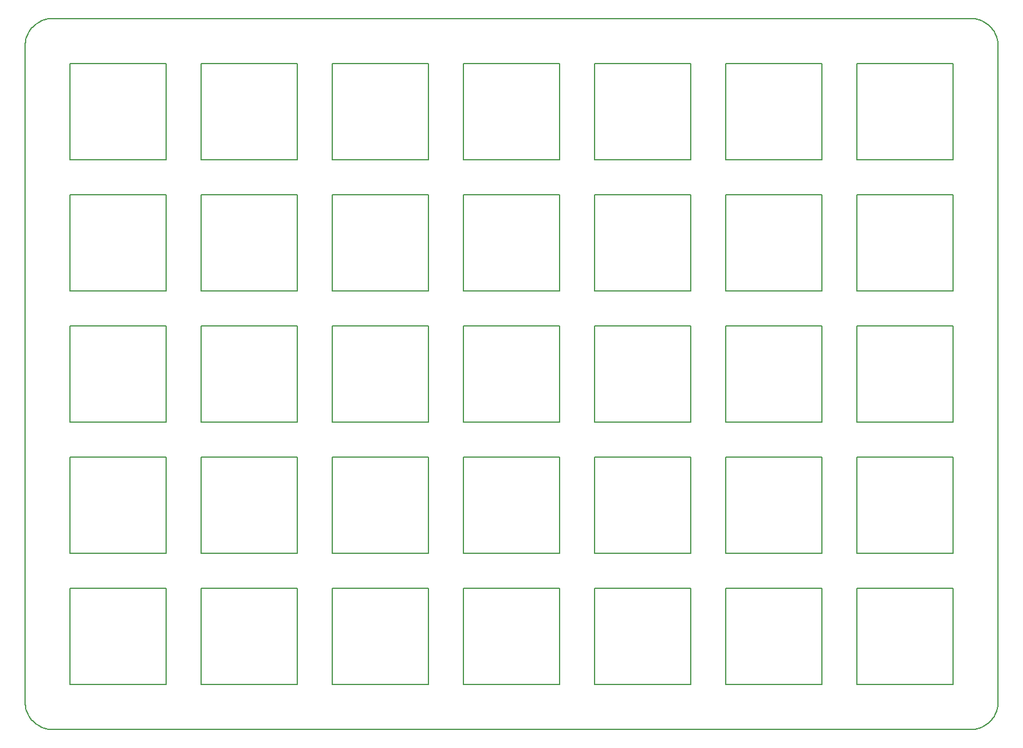
<source format=gbr>
%TF.GenerationSoftware,KiCad,Pcbnew,7.0.5*%
%TF.CreationDate,2023-07-21T14:16:54+03:00*%
%TF.ProjectId,MacroPadTopPlate,4d616372-6f50-4616-9454-6f70506c6174,rev?*%
%TF.SameCoordinates,Original*%
%TF.FileFunction,Profile,NP*%
%FSLAX46Y46*%
G04 Gerber Fmt 4.6, Leading zero omitted, Abs format (unit mm)*
G04 Created by KiCad (PCBNEW 7.0.5) date 2023-07-21 14:16:54*
%MOMM*%
%LPD*%
G01*
G04 APERTURE LIST*
%TA.AperFunction,Profile*%
%ADD10C,0.200000*%
%TD*%
G04 APERTURE END LIST*
D10*
X165925815Y-57884900D02*
X165925815Y-71885600D01*
X204025915Y-90935600D02*
X190024915Y-90935600D01*
X70371335Y-134389280D02*
X70157735Y-134157770D01*
X108775815Y-38834900D02*
X108775815Y-52835600D01*
X151925115Y-76934900D02*
X165925815Y-76934900D01*
X71962965Y-135364926D02*
X71669445Y-135256062D01*
X113825115Y-57884900D02*
X127825815Y-57884900D01*
X94775015Y-38834900D02*
X108775815Y-38834900D01*
X108775815Y-52835600D02*
X94775015Y-52835600D01*
X184974915Y-71885600D02*
X170974915Y-71885600D01*
X170974915Y-90935600D02*
X170974915Y-76934900D01*
X151925115Y-129035590D02*
X151925115Y-115034700D01*
X208640915Y-134970806D02*
X208366915Y-135125146D01*
X165925815Y-38834900D02*
X165925815Y-52835600D01*
X127825815Y-38834900D02*
X127825815Y-52835600D01*
X209591915Y-134157770D02*
X209379915Y-134389280D01*
X170974915Y-115034700D02*
X184974915Y-115034700D01*
X184974915Y-90935600D02*
X170974915Y-90935600D01*
X209960915Y-133650650D02*
X209786915Y-133912470D01*
X190024915Y-109985600D02*
X190024915Y-95984900D01*
X170974915Y-129035590D02*
X170974915Y-115034700D01*
X146875815Y-57884900D02*
X146875815Y-71885600D01*
X69963431Y-33957300D02*
X70157735Y-33712300D01*
X206864915Y-135548204D02*
X206551915Y-135560608D01*
X210354915Y-35073300D02*
X210440915Y-35376300D01*
X113825115Y-129035590D02*
X113825115Y-115034700D01*
X72886265Y-32322300D02*
X73200455Y-32310300D01*
X108775815Y-57884900D02*
X108775815Y-71885600D01*
X75725005Y-57884900D02*
X89725915Y-57884900D01*
X127825815Y-76934900D02*
X127825815Y-90935600D01*
X146875815Y-76934900D02*
X146875815Y-90935600D01*
X210501915Y-132185790D02*
X210440915Y-132494470D01*
X75725005Y-52835600D02*
X75725005Y-38834900D01*
X94775015Y-115034700D02*
X108775815Y-115034700D01*
X204025915Y-71885600D02*
X190024915Y-71885600D01*
X94775015Y-129035590D02*
X94775015Y-115034700D01*
X207484915Y-32420300D02*
X207787915Y-32505300D01*
X208080915Y-32614300D02*
X208366915Y-32745300D01*
X70371335Y-33481300D02*
X70602845Y-33267300D01*
X108775815Y-76934900D02*
X108775815Y-90935600D01*
X208902915Y-134797180D02*
X208640915Y-134970806D01*
X69789801Y-133650650D02*
X69635461Y-133376420D01*
X208366915Y-135125146D02*
X208080915Y-135256062D01*
X127825815Y-129035590D02*
X113825115Y-129035590D01*
X127825815Y-109985600D02*
X113825115Y-109985600D01*
X210440915Y-35376300D02*
X210501915Y-35684300D01*
X127825815Y-71885600D02*
X113825115Y-71885600D01*
X208366915Y-32745300D02*
X208640915Y-32899300D01*
X108775815Y-109985600D02*
X94775015Y-109985600D01*
X190024915Y-95984900D02*
X204025915Y-95984900D01*
X89725915Y-90935600D02*
X75725005Y-90935600D01*
X113825115Y-115034700D02*
X127825815Y-115034700D01*
X127825815Y-52835600D02*
X113825115Y-52835600D01*
X132875115Y-95984900D02*
X146875815Y-95984900D01*
X146875815Y-38834900D02*
X146875815Y-52835600D01*
X72266135Y-135450365D02*
X71962965Y-135364926D01*
X190024915Y-57884900D02*
X204025915Y-57884900D01*
X75725005Y-71885600D02*
X75725005Y-57884900D01*
X184974915Y-52835600D02*
X170974915Y-52835600D01*
X94775015Y-90935600D02*
X94775015Y-76934900D01*
X113825115Y-76934900D02*
X127825815Y-76934900D01*
X69249609Y-132185790D02*
X69212402Y-131874360D01*
X209960915Y-34220300D02*
X210115915Y-34494300D01*
X146875815Y-115034700D02*
X146875815Y-129035590D01*
X71669445Y-135256062D02*
X71384195Y-135125146D01*
X132875115Y-38834900D02*
X146875815Y-38834900D01*
X210115915Y-34494300D02*
X210245915Y-34779300D01*
X165925815Y-90935600D02*
X151925115Y-90935600D01*
X69963431Y-133912470D02*
X69789801Y-133650650D01*
X108775815Y-95984900D02*
X108775815Y-109985600D01*
X190024915Y-52835600D02*
X190024915Y-38834900D01*
X208902915Y-33073300D02*
X209147915Y-33267300D01*
X71962965Y-32505300D02*
X72266135Y-32420300D01*
X209591915Y-33712300D02*
X209786915Y-33957300D01*
X75725005Y-129035590D02*
X75725005Y-115034700D01*
X113825115Y-71885600D02*
X113825115Y-57884900D01*
X132875115Y-90935600D02*
X132875115Y-76934900D01*
X210440915Y-132494470D02*
X210354915Y-132797640D01*
X69200000Y-36310000D02*
X69212402Y-35996100D01*
X70848135Y-33073300D02*
X71109955Y-32899300D01*
X184974915Y-76934900D02*
X184974915Y-90935600D01*
X146875815Y-109985600D02*
X132875115Y-109985600D01*
X108775815Y-129035590D02*
X94775015Y-129035590D01*
X207484915Y-135450365D02*
X207175915Y-135510997D01*
X94775015Y-76934900D02*
X108775815Y-76934900D01*
X89725915Y-109985600D02*
X75725005Y-109985600D01*
X108775815Y-115034700D02*
X108775815Y-129035590D01*
X210245915Y-34779300D02*
X210354915Y-35073300D01*
X206551915Y-135560608D02*
X73200455Y-135560608D01*
X132875115Y-76934900D02*
X146875815Y-76934900D01*
X113825115Y-95984900D02*
X127825815Y-95984900D01*
X132875115Y-71885600D02*
X132875115Y-57884900D01*
X73200455Y-135560608D02*
X72886265Y-135548204D01*
X89725915Y-95984900D02*
X89725915Y-109985600D01*
X73200455Y-32310300D02*
X206551915Y-32310300D01*
X204025915Y-57884900D02*
X204025915Y-71885600D01*
X151925115Y-38834900D02*
X165925815Y-38834900D01*
X71109955Y-32899300D02*
X71384195Y-32745300D01*
X165925815Y-71885600D02*
X151925115Y-71885600D01*
X69310243Y-132494470D02*
X69249609Y-132185790D01*
X206864915Y-32322300D02*
X207175915Y-32359300D01*
X146875815Y-52835600D02*
X132875115Y-52835600D01*
X184974915Y-109985600D02*
X170974915Y-109985600D01*
X75725005Y-109985600D02*
X75725005Y-95984900D01*
X151925115Y-52835600D02*
X151925115Y-38834900D01*
X94775015Y-71885600D02*
X94775015Y-57884900D01*
X210538915Y-35996100D02*
X210550915Y-36310000D01*
X69395681Y-132797640D02*
X69310243Y-132494470D01*
X204025915Y-129035590D02*
X190024915Y-129035590D01*
X190024915Y-76934900D02*
X204025915Y-76934900D01*
X209379915Y-33481300D02*
X209591915Y-33712300D01*
X207787915Y-135364926D02*
X207484915Y-135450365D01*
X71384195Y-135125146D02*
X71109955Y-134970806D01*
X151925115Y-95984900D02*
X165925815Y-95984900D01*
X132875115Y-57884900D02*
X146875815Y-57884900D01*
X69310243Y-35376300D02*
X69395681Y-35073300D01*
X204025915Y-109985600D02*
X190024915Y-109985600D01*
X146875815Y-95984900D02*
X146875815Y-109985600D01*
X209147915Y-33267300D02*
X209379915Y-33481300D01*
X208640915Y-32899300D02*
X208902915Y-33073300D01*
X207175915Y-32359300D02*
X207484915Y-32420300D01*
X89725915Y-57884900D02*
X89725915Y-71885600D01*
X108775815Y-71885600D02*
X94775015Y-71885600D01*
X70848135Y-134797180D02*
X70602845Y-134601490D01*
X75725005Y-95984900D02*
X89725915Y-95984900D01*
X94775015Y-57884900D02*
X108775815Y-57884900D01*
X69249609Y-35684300D02*
X69310243Y-35376300D01*
X89725915Y-71885600D02*
X75725005Y-71885600D01*
X69504545Y-34779300D02*
X69635461Y-34494300D01*
X71109955Y-134970806D02*
X70848135Y-134797180D01*
X170974915Y-52835600D02*
X170974915Y-38834900D01*
X72886265Y-135548204D02*
X72574815Y-135510997D01*
X165925815Y-76934900D02*
X165925815Y-90935600D01*
X209379915Y-134389280D02*
X209147915Y-134601490D01*
X210550915Y-131560170D02*
X210538915Y-131874360D01*
X75725005Y-115034700D02*
X89725915Y-115034700D01*
X69212402Y-131874360D02*
X69200000Y-131560170D01*
X151925115Y-57884900D02*
X165925815Y-57884900D01*
X165925815Y-95984900D02*
X165925815Y-109985600D01*
X206551915Y-32310300D02*
X206864915Y-32322300D01*
X113825115Y-52835600D02*
X113825115Y-38834900D01*
X184974915Y-95984900D02*
X184974915Y-109985600D01*
X190024915Y-71885600D02*
X190024915Y-57884900D01*
X89725915Y-52835600D02*
X75725005Y-52835600D01*
X190024915Y-115034700D02*
X204025915Y-115034700D01*
X72574815Y-32359300D02*
X72886265Y-32322300D01*
X71384195Y-32745300D02*
X71669445Y-32614300D01*
X70602845Y-33267300D02*
X70848135Y-33073300D01*
X190024915Y-38834900D02*
X204025915Y-38834900D01*
X210245915Y-133091160D02*
X210115915Y-133376420D01*
X70157735Y-134157770D02*
X69963431Y-133912470D01*
X184974915Y-38834900D02*
X184974915Y-52835600D01*
X146875815Y-90935600D02*
X132875115Y-90935600D01*
X132875115Y-52835600D02*
X132875115Y-38834900D01*
X184974915Y-129035590D02*
X170974915Y-129035590D01*
X127825815Y-95984900D02*
X127825815Y-109985600D01*
X165925815Y-109985600D02*
X151925115Y-109985600D01*
X69635461Y-133376420D02*
X69504545Y-133091160D01*
X210501915Y-35684300D02*
X210538915Y-35996100D01*
X204025915Y-52835600D02*
X190024915Y-52835600D01*
X70157735Y-33712300D02*
X70371335Y-33481300D01*
X210550915Y-36310000D02*
X210550915Y-131560170D01*
X89725915Y-115034700D02*
X89725915Y-129035590D01*
X210115915Y-133376420D02*
X209960915Y-133650650D01*
X170974915Y-38834900D02*
X184974915Y-38834900D01*
X210354915Y-132797640D02*
X210245915Y-133091160D01*
X190024915Y-90935600D02*
X190024915Y-76934900D01*
X69200000Y-131560170D02*
X69200000Y-36310000D01*
X204025915Y-38834900D02*
X204025915Y-52835600D01*
X94775015Y-95984900D02*
X108775815Y-95984900D01*
X204025915Y-76934900D02*
X204025915Y-90935600D01*
X113825115Y-38834900D02*
X127825815Y-38834900D01*
X89725915Y-129035590D02*
X75725005Y-129035590D01*
X207175915Y-135510997D02*
X206864915Y-135548204D01*
X69635461Y-34494300D02*
X69789801Y-34220300D01*
X209786915Y-133912470D02*
X209591915Y-134157770D01*
X94775015Y-109985600D02*
X94775015Y-95984900D01*
X184974915Y-57884900D02*
X184974915Y-71885600D01*
X190024915Y-129035590D02*
X190024915Y-115034700D01*
X151925115Y-115034700D02*
X165925815Y-115034700D01*
X127825815Y-57884900D02*
X127825815Y-71885600D01*
X184974915Y-115034700D02*
X184974915Y-129035590D01*
X207787915Y-32505300D02*
X208080915Y-32614300D01*
X69789801Y-34220300D02*
X69963431Y-33957300D01*
X113825115Y-109985600D02*
X113825115Y-95984900D01*
X75725005Y-38834900D02*
X89725915Y-38834900D01*
X127825815Y-90935600D02*
X113825115Y-90935600D01*
X209786915Y-33957300D02*
X209960915Y-34220300D01*
X170974915Y-57884900D02*
X184974915Y-57884900D01*
X165925815Y-52835600D02*
X151925115Y-52835600D01*
X108775815Y-90935600D02*
X94775015Y-90935600D01*
X89725915Y-38834900D02*
X89725915Y-52835600D01*
X209147915Y-134601490D02*
X208902915Y-134797180D01*
X94775015Y-52835600D02*
X94775015Y-38834900D01*
X69212402Y-35996100D02*
X69249609Y-35684300D01*
X132875115Y-109985600D02*
X132875115Y-95984900D01*
X210538915Y-131874360D02*
X210501915Y-132185790D01*
X75725005Y-90935600D02*
X75725005Y-76934900D01*
X89725915Y-76934900D02*
X89725915Y-90935600D01*
X132875115Y-129035590D02*
X132875115Y-115034700D01*
X165925815Y-115034700D02*
X165925815Y-129035590D01*
X127825815Y-115034700D02*
X127825815Y-129035590D01*
X165925815Y-129035590D02*
X151925115Y-129035590D01*
X204025915Y-115034700D02*
X204025915Y-129035590D01*
X72574815Y-135510997D02*
X72266135Y-135450365D01*
X170974915Y-71885600D02*
X170974915Y-57884900D01*
X75725005Y-76934900D02*
X89725915Y-76934900D01*
X151925115Y-71885600D02*
X151925115Y-57884900D01*
X69504545Y-133091160D02*
X69395681Y-132797640D01*
X72266135Y-32420300D02*
X72574815Y-32359300D01*
X170974915Y-76934900D02*
X184974915Y-76934900D01*
X170974915Y-109985600D02*
X170974915Y-95984900D01*
X146875815Y-71885600D02*
X132875115Y-71885600D01*
X113825115Y-90935600D02*
X113825115Y-76934900D01*
X151925115Y-90935600D02*
X151925115Y-76934900D01*
X146875815Y-129035590D02*
X132875115Y-129035590D01*
X170974915Y-95984900D02*
X184974915Y-95984900D01*
X132875115Y-115034700D02*
X146875815Y-115034700D01*
X151925115Y-109985600D02*
X151925115Y-95984900D01*
X70602845Y-134601490D02*
X70371335Y-134389280D01*
X69395681Y-35073300D02*
X69504545Y-34779300D01*
X204025915Y-95984900D02*
X204025915Y-109985600D01*
X71669445Y-32614300D02*
X71962965Y-32505300D01*
X208080915Y-135256062D02*
X207787915Y-135364926D01*
M02*

</source>
